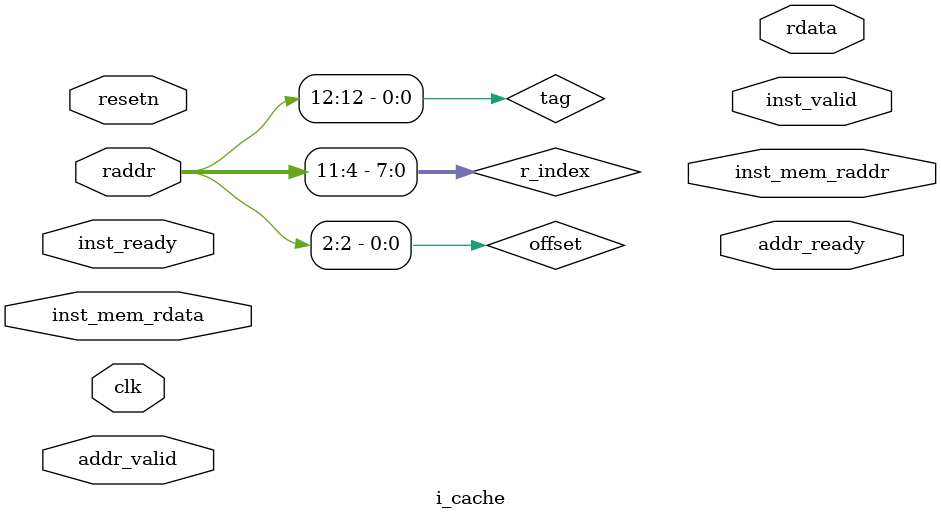
<source format=v>
`timescale 1ns / 1ps


module i_cache(
    input                       clk,
    input                       resetn,
    input           [31: 0]     raddr,
    input           [ 0: 0]     addr_valid, // 握手信号，CPU发送地址
    input           [ 0: 0]     inst_ready, // 握手信号，CPU接收数据
    input           [31: 0]     inst_mem_rdata, // 与主存的接口

    output	        [31: 0]     rdata,
    output  reg     [ 0: 0]     addr_ready, // 握手信号，ICache接收地址 
    output          [ 0: 0]     inst_valid, // 握手信号，ICache发送指令
    output  reg     [31: 0]     inst_mem_raddr // 与主存的接口
);
    // 后续要使用的各种信号
    // Request Buffer,存储访存的地址，用于后续比较和写操作
    reg     [31: 0]  request_buffer;
    reg     [ 0: 0]  rbuf_we;
    reg     [31: 0]  addr;

    // Return Buffer,移位寄存器，拼接从主存返回的数据成一个Cache行
    reg     [31: 0]  i_rdata;
    reg     [ 0: 0]  i_rready;
    reg     [ 0: 0]  i_rrvaild;
    wire    [31: 0]  inst_from_retbuf;
    wire    [127:0]  wdata;
    reg     [127:0]  return_buffer;

    // Data Memory
    reg     [ 1: 0]  mem_we;
    wire    [ 7: 0]  r_index;
    wire    [ 7: 0]  w_index;
    wire    [127:0]  r_data1;
    wire    [127:0]  r_data2;
    
    // TagV Memory
    reg     [ 1: 0]  tagv_we;
    reg     [19: 0]  w_tag;
    wire    [19: 0]  r_tag1;
    wire    [19: 0]  r_tag2;
    wire    [ 1: 0]  tagv_valid;

    // Read Mange
    wire    [ 0: 0]  inst_from_mem;
    wire    [127:0] rdata_mem;

    // FSM
    wire    [ 1: 0]  hit;
    reg     [ 0: 0]  r_valid;
    wire    [ 0: 0]  i_rlast;
    wire    [ 1: 0]  way_sel;
    wire    [ 0: 0]  i_rvalid;
    wire    [31: 0]  i_raddr;
    wire    [ 0: 0]  rready;
    wire    [ 0: 0]  LRU_update;
    wire    [ 0: 0]  data_from_mem;

    // 各个部件的实现

    // Request buffer
    always @(posedge clk) begin
        if(!resetn) begin
            addr <= 32'b0;
        end
        else if(addr_valid && rbuf_we) begin
            addr <= raddr;
        end
    end

    // Data Memory及TagV Memory
    assign tag      = raddr[31:12];
    assign r_index  = raddr[11: 4];
    assign offset   = raddr[ 3: 2];
    Data_Mem data_mem_1(
        .clk(clk),
        .resetn(resetn),
        .we(mem_we[0]),
        .rindex(r_index),
        .windex(w_index),
        .wdata(wdata),
        .rdata(r_data1)
    );
    Data_Mem data_mem_2(
        .clk(clk),
        .resetn(resetn),
        .we(mem_we[1]),
        .rindex(r_index),
        .windex(w_index),
        .wdata(wdata),
        .rdata(r_data2)
    );
    TagV_Mem tagv_mem_1(
        .clk(clk),
        .resetn(resetn),
        .we(tagv_we[0]),
        .rindex(r_index),
        .windex(w_index),
        .wtag(w_tag),
        .rtag(r_tag1),
        .rvalid(tagv_valid[0])
    );
    TagV_Mem tagv_mem_2(
        .clk(clk),
        .resetn(resetn),
        .we(tagv_we[1]),
        .rindex(r_index),
        .windex(w_index),
        .wtag(w_tag),
        .rtag(r_tag2),
        .rvalid(tagv_valid[1])
    );

    // Hit
    assign hit[0] = tagv_valid[0] && r_tag1 == tag;
    assign hit[1] = tagv_valid[1] && r_tag2 == tag;
    wire   miss   = ~hit && current_state == LOOKUP;

    localparam LOOKUP = 2'b00;
    localparam MISS   = 2'b01;
    localparam REFILL = 2'b10;

    //reg valid;
    always @(posedge clk) begin
        if(!resetn) begin
            r_valid <= 1'b0;
        end
        else begin
            r_valid <= 1'b1;
        end
    end

    // FSM
    reg [1:0] current_state, next_state;
    always @(posedge clk) begin
        if(!resetn) begin
            current_state <= LOOKUP;
        end 
        else begin
            current_state <= next_state;
        end
    end

    always @(posedge clk) begin
        case (current_state)
            LOOKUP: next_state = r_valid && miss ? MISS : LOOKUP;
            MISS:   next_state = i_rlast ? REFILL : MISS;
            REFILL: next_state = LOOKUP;
            default: next_state = LOOKUP;
        endcase
    end


endmodule

</source>
